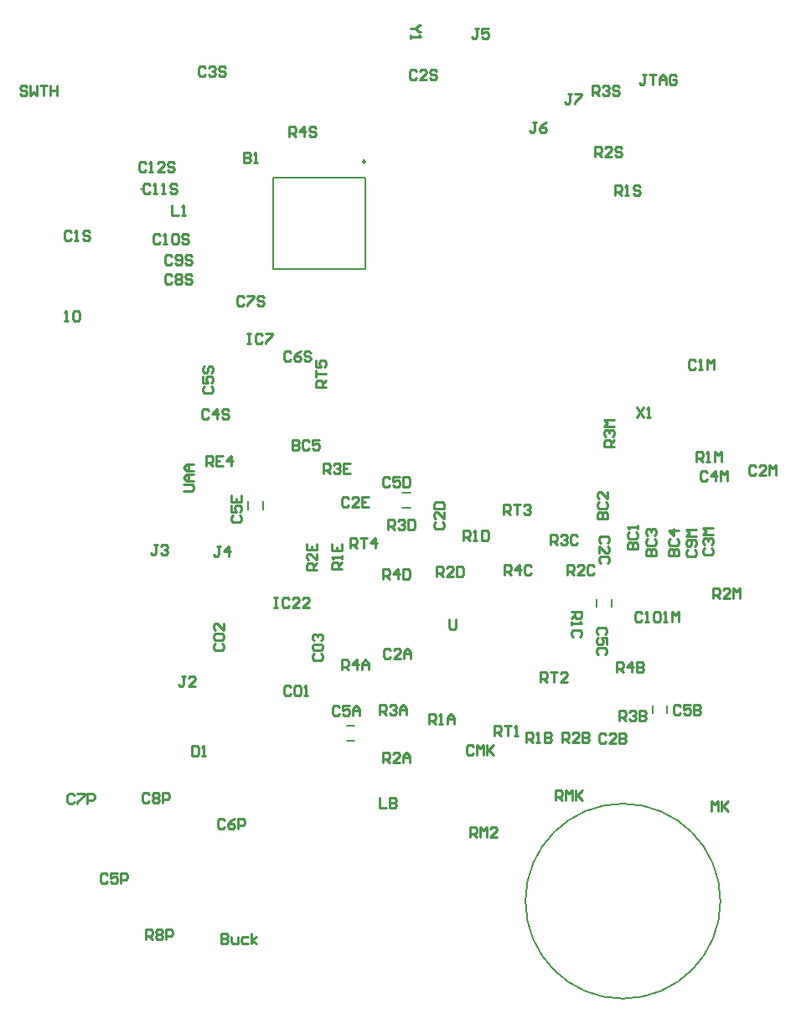
<source format=gto>
G04*
G04 #@! TF.GenerationSoftware,Altium Limited,Altium Designer,18.1.9 (240)*
G04*
G04 Layer_Color=65535*
%FSAX24Y24*%
%MOIN*%
G70*
G01*
G75*
%ADD10C,0.0098*%
%ADD11C,0.0079*%
%ADD12C,0.0079*%
%ADD13C,0.0090*%
D10*
X024771Y044151D02*
G03*
X024771Y044151I-000049J000000D01*
G01*
D11*
X038900Y014737D02*
G03*
X038900Y014737I-003878J000000D01*
G01*
X015892Y043054D02*
G03*
X015892Y043054I-000026J000000D01*
G01*
D12*
X021119Y043531D02*
X024781D01*
X021119Y039869D02*
Y043531D01*
Y039869D02*
X024781D01*
Y043531D01*
X024037Y021715D02*
X024352D01*
X024037Y021125D02*
X024352D01*
X034564Y026445D02*
Y026760D01*
X033974Y026445D02*
Y026760D01*
X026253Y030976D02*
X026568D01*
X026253Y030385D02*
X026568D01*
X020695Y030326D02*
Y030641D01*
X020105Y030326D02*
Y030641D01*
X036790Y022217D02*
Y022532D01*
X036200Y022217D02*
Y022532D01*
D13*
X029262Y049450D02*
X029128D01*
X029195D01*
Y049117D01*
X029128Y049050D01*
X029062D01*
X028995Y049117D01*
X029661Y049450D02*
X029395D01*
Y049250D01*
X029528Y049317D01*
X029595D01*
X029661Y049250D01*
Y049117D01*
X029595Y049050D01*
X029461D01*
X029395Y049117D01*
X031564Y045729D02*
X031431D01*
X031497D01*
Y045396D01*
X031431Y045329D01*
X031364D01*
X031297Y045396D01*
X031964Y045729D02*
X031830Y045662D01*
X031697Y045529D01*
Y045396D01*
X031764Y045329D01*
X031897D01*
X031964Y045396D01*
Y045462D01*
X031897Y045529D01*
X031697D01*
X032967Y046857D02*
X032833D01*
X032900D01*
Y046523D01*
X032833Y046457D01*
X032767D01*
X032700Y046523D01*
X033100Y046857D02*
X033366D01*
Y046790D01*
X033100Y046523D01*
Y046457D01*
X028950Y017280D02*
Y017680D01*
X029150D01*
X029217Y017613D01*
Y017480D01*
X029150Y017413D01*
X028950D01*
X029083D02*
X029217Y017280D01*
X029350D02*
Y017680D01*
X029483Y017547D01*
X029616Y017680D01*
Y017280D01*
X030016D02*
X029750D01*
X030016Y017547D01*
Y017613D01*
X029950Y017680D01*
X029816D01*
X029750Y017613D01*
X017870Y020920D02*
Y020520D01*
X018070D01*
X018137Y020587D01*
Y020853D01*
X018070Y020920D01*
X017870D01*
X018270Y020520D02*
X018403D01*
X018337D01*
Y020920D01*
X018270Y020853D01*
X035767Y026189D02*
X035700Y026255D01*
X035567D01*
X035500Y026189D01*
Y025922D01*
X035567Y025856D01*
X035700D01*
X035767Y025922D01*
X035900Y025856D02*
X036033D01*
X035967D01*
Y026255D01*
X035900Y026189D01*
X036233D02*
X036300Y026255D01*
X036433D01*
X036500Y026189D01*
Y025922D01*
X036433Y025856D01*
X036300D01*
X036233Y025922D01*
Y026189D01*
X036633Y025856D02*
X036766D01*
X036700D01*
Y026255D01*
X036633Y026189D01*
X036966Y025856D02*
Y026255D01*
X037099Y026122D01*
X037233Y026255D01*
Y025856D01*
X017525Y031035D02*
X017859D01*
X017925Y031101D01*
Y031235D01*
X017859Y031301D01*
X017525D01*
X017925Y031435D02*
X017659D01*
X017525Y031568D01*
X017659Y031701D01*
X017925D01*
X017725D01*
Y031435D01*
X017925Y031835D02*
X017659D01*
X017525Y031968D01*
X017659Y032101D01*
X017925D01*
X017725D01*
Y031835D01*
X023192Y035175D02*
X022792D01*
Y035375D01*
X022859Y035441D01*
X022992D01*
X023059Y035375D01*
Y035175D01*
Y035308D02*
X023192Y035441D01*
X022792Y035575D02*
Y035841D01*
Y035708D01*
X023192D01*
X022792Y036241D02*
Y035975D01*
X022992D01*
X022925Y036108D01*
Y036174D01*
X022992Y036241D01*
X023125D01*
X023192Y036174D01*
Y036041D01*
X023125Y035975D01*
X018450Y032050D02*
Y032450D01*
X018650D01*
X018717Y032383D01*
Y032250D01*
X018650Y032183D01*
X018450D01*
X018583D02*
X018717Y032050D01*
X019116Y032450D02*
X018850D01*
Y032050D01*
X019116D01*
X018850Y032250D02*
X018983D01*
X019450Y032050D02*
Y032450D01*
X019250Y032250D01*
X019516D01*
X023113Y031750D02*
Y032150D01*
X023313D01*
X023380Y032084D01*
Y031950D01*
X023313Y031884D01*
X023113D01*
X023246D02*
X023380Y031750D01*
X023513Y032084D02*
X023580Y032150D01*
X023713D01*
X023780Y032084D01*
Y032017D01*
X023713Y031950D01*
X023646D01*
X023713D01*
X023780Y031884D01*
Y031817D01*
X023713Y031750D01*
X023580D01*
X023513Y031817D01*
X024179Y032150D02*
X023913D01*
Y031750D01*
X024179D01*
X023913Y031950D02*
X024046D01*
X022852Y027900D02*
X022452D01*
Y028100D01*
X022518Y028167D01*
X022652D01*
X022718Y028100D01*
Y027900D01*
Y028033D02*
X022852Y028167D01*
Y028566D02*
Y028300D01*
X022585Y028566D01*
X022518D01*
X022452Y028500D01*
Y028367D01*
X022518Y028300D01*
X022452Y028966D02*
Y028700D01*
X022852D01*
Y028966D01*
X022652Y028700D02*
Y028833D01*
X023826Y027948D02*
X023426D01*
Y028148D01*
X023493Y028215D01*
X023626D01*
X023693Y028148D01*
Y027948D01*
Y028082D02*
X023826Y028215D01*
Y028348D02*
Y028481D01*
Y028415D01*
X023426D01*
X023493Y028348D01*
X023426Y028948D02*
Y028681D01*
X023826D01*
Y028948D01*
X023626Y028681D02*
Y028815D01*
X019017Y028860D02*
X018883D01*
X018950D01*
Y028527D01*
X018883Y028460D01*
X018817D01*
X018750Y028527D01*
X019350Y028460D02*
Y028860D01*
X019150Y028660D01*
X019416D01*
X016507Y028930D02*
X016373D01*
X016440D01*
Y028597D01*
X016373Y028530D01*
X016307D01*
X016240Y028597D01*
X016640Y028863D02*
X016707Y028930D01*
X016840D01*
X016906Y028863D01*
Y028797D01*
X016840Y028730D01*
X016773D01*
X016840D01*
X016906Y028663D01*
Y028597D01*
X016840Y028530D01*
X016707D01*
X016640Y028597D01*
X021140Y026800D02*
X021273D01*
X021207D01*
Y026400D01*
X021140D01*
X021273D01*
X021740Y026733D02*
X021673Y026800D01*
X021540D01*
X021473Y026733D01*
Y026467D01*
X021540Y026400D01*
X021673D01*
X021740Y026467D01*
X022140Y026400D02*
X021873D01*
X022140Y026667D01*
Y026733D01*
X022073Y026800D01*
X021940D01*
X021873Y026733D01*
X022540Y026400D02*
X022273D01*
X022540Y026667D01*
Y026733D01*
X022473Y026800D01*
X022340D01*
X022273Y026733D01*
X022742Y024567D02*
X022676Y024500D01*
Y024367D01*
X022742Y024300D01*
X023009D01*
X023076Y024367D01*
Y024500D01*
X023009Y024567D01*
X022676Y024900D02*
Y024767D01*
X022742Y024700D01*
X023009D01*
X023076Y024767D01*
Y024900D01*
X023009Y024966D01*
X022742D01*
X022676Y024900D01*
X022742Y025100D02*
X022676Y025166D01*
Y025300D01*
X022742Y025366D01*
X022809D01*
X022876Y025300D01*
Y025233D01*
Y025300D01*
X022942Y025366D01*
X023009D01*
X023076Y025300D01*
Y025166D01*
X023009Y025100D01*
X018805Y024982D02*
X018739Y024915D01*
Y024782D01*
X018805Y024715D01*
X019072D01*
X019139Y024782D01*
Y024915D01*
X019072Y024982D01*
X018739Y025315D02*
Y025182D01*
X018805Y025115D01*
X019072D01*
X019139Y025182D01*
Y025315D01*
X019072Y025382D01*
X018805D01*
X018739Y025315D01*
X019139Y025782D02*
Y025515D01*
X018872Y025782D01*
X018805D01*
X018739Y025715D01*
Y025582D01*
X018805Y025515D01*
X019500Y030081D02*
X019434Y030014D01*
Y029881D01*
X019500Y029814D01*
X019767D01*
X019833Y029881D01*
Y030014D01*
X019767Y030081D01*
X019434Y030481D02*
Y030214D01*
X019633D01*
X019567Y030347D01*
Y030414D01*
X019633Y030481D01*
X019767D01*
X019833Y030414D01*
Y030281D01*
X019767Y030214D01*
X019434Y030881D02*
Y030614D01*
X019833D01*
Y030881D01*
X019633Y030614D02*
Y030747D01*
X024093Y030752D02*
X024026Y030819D01*
X023893D01*
X023826Y030752D01*
Y030486D01*
X023893Y030419D01*
X024026D01*
X024093Y030486D01*
X024492Y030419D02*
X024226D01*
X024492Y030686D01*
Y030752D01*
X024426Y030819D01*
X024293D01*
X024226Y030752D01*
X024892Y030819D02*
X024626D01*
Y030419D01*
X024892D01*
X024626Y030619D02*
X024759D01*
X021807Y023253D02*
X021740Y023320D01*
X021607D01*
X021540Y023253D01*
Y022987D01*
X021607Y022920D01*
X021740D01*
X021807Y022987D01*
X021940Y023253D02*
X022007Y023320D01*
X022140D01*
X022207Y023253D01*
Y022987D01*
X022140Y022920D01*
X022007D01*
X021940Y022987D01*
Y023253D01*
X022340Y022920D02*
X022474D01*
X022407D01*
Y023320D01*
X022340Y023253D01*
X021877Y033096D02*
Y032696D01*
X022077D01*
X022144Y032763D01*
Y032830D01*
X022077Y032896D01*
X021877D01*
X022077D01*
X022144Y032963D01*
Y033030D01*
X022077Y033096D01*
X021877D01*
X022544Y033030D02*
X022477Y033096D01*
X022344D01*
X022277Y033030D01*
Y032763D01*
X022344Y032696D01*
X022477D01*
X022544Y032763D01*
X022943Y033096D02*
X022677D01*
Y032896D01*
X022810Y032963D01*
X022877D01*
X022943Y032896D01*
Y032763D01*
X022877Y032696D01*
X022744D01*
X022677Y032763D01*
X012810Y037830D02*
X012943D01*
X012877D01*
Y038230D01*
X012810Y038163D01*
X013143D02*
X013210Y038230D01*
X013343D01*
X013410Y038163D01*
Y037897D01*
X013343Y037830D01*
X013210D01*
X013143Y037897D01*
Y038163D01*
X025330Y018857D02*
Y018457D01*
X025596D01*
X025730Y018857D02*
Y018457D01*
X025930D01*
X025996Y018524D01*
Y018591D01*
X025930Y018657D01*
X025730D01*
X025930D01*
X025996Y018724D01*
Y018791D01*
X025930Y018857D01*
X025730D01*
X026964Y049570D02*
X026897D01*
X026764Y049437D01*
X026897Y049304D01*
X026964D01*
X026764Y049437D02*
X026564D01*
Y049171D02*
Y049037D01*
Y049104D01*
X026964D01*
X026897Y049171D01*
X035570Y034390D02*
X035837Y033990D01*
Y034390D02*
X035570Y033990D01*
X035970D02*
X036103D01*
X036037D01*
Y034390D01*
X035970Y034323D01*
X028095Y025949D02*
Y025616D01*
X028162Y025549D01*
X028295D01*
X028362Y025616D01*
Y025949D01*
X011307Y047113D02*
X011240Y047180D01*
X011107D01*
X011040Y047113D01*
Y047047D01*
X011107Y046980D01*
X011240D01*
X011307Y046913D01*
Y046847D01*
X011240Y046780D01*
X011107D01*
X011040Y046847D01*
X011440Y047180D02*
Y046780D01*
X011573Y046913D01*
X011706Y046780D01*
Y047180D01*
X011840D02*
X012106D01*
X011973D01*
Y046780D01*
X012240Y047180D02*
Y046780D01*
Y046980D01*
X012506D01*
Y047180D01*
Y046780D01*
X024171Y028770D02*
Y029170D01*
X024371D01*
X024437Y029103D01*
Y028970D01*
X024371Y028903D01*
X024171D01*
X024304D02*
X024437Y028770D01*
X024570Y029170D02*
X024837D01*
X024704D01*
Y028770D01*
X025170D02*
Y029170D01*
X024970Y028970D01*
X025237D01*
X030274Y030105D02*
Y030505D01*
X030474D01*
X030540Y030438D01*
Y030305D01*
X030474Y030238D01*
X030274D01*
X030407D02*
X030540Y030105D01*
X030674Y030505D02*
X030940D01*
X030807D01*
Y030105D01*
X031073Y030438D02*
X031140Y030505D01*
X031273D01*
X031340Y030438D01*
Y030372D01*
X031273Y030305D01*
X031207D01*
X031273D01*
X031340Y030238D01*
Y030172D01*
X031273Y030105D01*
X031140D01*
X031073Y030172D01*
X031743Y023457D02*
Y023857D01*
X031943D01*
X032009Y023791D01*
Y023657D01*
X031943Y023591D01*
X031743D01*
X031876D02*
X032009Y023457D01*
X032143Y023857D02*
X032409D01*
X032276D01*
Y023457D01*
X032809D02*
X032543D01*
X032809Y023724D01*
Y023791D01*
X032743Y023857D01*
X032609D01*
X032543Y023791D01*
X029900Y021300D02*
Y021700D01*
X030100D01*
X030166Y021633D01*
Y021500D01*
X030100Y021433D01*
X029900D01*
X030033D02*
X030166Y021300D01*
X030299Y021700D02*
X030566D01*
X030433D01*
Y021300D01*
X030699D02*
X030833D01*
X030766D01*
Y021700D01*
X030699Y021633D01*
X032344Y018750D02*
Y019150D01*
X032544D01*
X032610Y019083D01*
Y018950D01*
X032544Y018883D01*
X032344D01*
X032477D02*
X032610Y018750D01*
X032744D02*
Y019150D01*
X032877Y019017D01*
X033010Y019150D01*
Y018750D01*
X033143Y019150D02*
Y018750D01*
Y018883D01*
X033410Y019150D01*
X033210Y018950D01*
X033410Y018750D01*
X016050Y013200D02*
Y013600D01*
X016250D01*
X016317Y013533D01*
Y013400D01*
X016250Y013333D01*
X016050D01*
X016183D02*
X016317Y013200D01*
X016450Y013533D02*
X016517Y013600D01*
X016650D01*
X016716Y013533D01*
Y013467D01*
X016650Y013400D01*
X016716Y013333D01*
Y013267D01*
X016650Y013200D01*
X016517D01*
X016450Y013267D01*
Y013333D01*
X016517Y013400D01*
X016450Y013467D01*
Y013533D01*
X016517Y013400D02*
X016650D01*
X016850Y013200D02*
Y013600D01*
X017050D01*
X017116Y013533D01*
Y013400D01*
X017050Y013333D01*
X016850D01*
X021750Y045150D02*
Y045550D01*
X021950D01*
X022017Y045483D01*
Y045350D01*
X021950Y045283D01*
X021750D01*
X021883D02*
X022017Y045150D01*
X022350D02*
Y045550D01*
X022150Y045350D01*
X022416D01*
X022816Y045483D02*
X022750Y045550D01*
X022616D01*
X022550Y045483D01*
Y045417D01*
X022616Y045350D01*
X022750D01*
X022816Y045283D01*
Y045217D01*
X022750Y045150D01*
X022616D01*
X022550Y045217D01*
X025483Y027536D02*
Y027935D01*
X025683D01*
X025750Y027869D01*
Y027736D01*
X025683Y027669D01*
X025483D01*
X025616D02*
X025750Y027536D01*
X026083D02*
Y027935D01*
X025883Y027736D01*
X026150D01*
X026283Y027935D02*
Y027536D01*
X026483D01*
X026549Y027602D01*
Y027869D01*
X026483Y027935D01*
X026283D01*
X030318Y027729D02*
Y028129D01*
X030518D01*
X030585Y028062D01*
Y027929D01*
X030518Y027862D01*
X030318D01*
X030451D02*
X030585Y027729D01*
X030918D02*
Y028129D01*
X030718Y027929D01*
X030984D01*
X031384Y028062D02*
X031318Y028129D01*
X031184D01*
X031118Y028062D01*
Y027796D01*
X031184Y027729D01*
X031318D01*
X031384Y027796D01*
X034778Y023850D02*
Y024250D01*
X034978D01*
X035045Y024183D01*
Y024050D01*
X034978Y023983D01*
X034778D01*
X034912D02*
X035045Y023850D01*
X035378D02*
Y024250D01*
X035178Y024050D01*
X035445D01*
X035578Y024250D02*
Y023850D01*
X035778D01*
X035845Y023917D01*
Y023983D01*
X035778Y024050D01*
X035578D01*
X035778D01*
X035845Y024117D01*
Y024183D01*
X035778Y024250D01*
X035578D01*
X023836Y023933D02*
Y024333D01*
X024036D01*
X024102Y024266D01*
Y024133D01*
X024036Y024066D01*
X023836D01*
X023969D02*
X024102Y023933D01*
X024436D02*
Y024333D01*
X024236Y024133D01*
X024502D01*
X024636Y023933D02*
Y024199D01*
X024769Y024333D01*
X024902Y024199D01*
Y023933D01*
Y024133D01*
X024636D01*
X033795Y046786D02*
Y047186D01*
X033995D01*
X034062Y047119D01*
Y046986D01*
X033995Y046919D01*
X033795D01*
X033928D02*
X034062Y046786D01*
X034195Y047119D02*
X034261Y047186D01*
X034395D01*
X034461Y047119D01*
Y047053D01*
X034395Y046986D01*
X034328D01*
X034395D01*
X034461Y046919D01*
Y046853D01*
X034395Y046786D01*
X034261D01*
X034195Y046853D01*
X034861Y047119D02*
X034795Y047186D01*
X034661D01*
X034595Y047119D01*
Y047053D01*
X034661Y046986D01*
X034795D01*
X034861Y046919D01*
Y046853D01*
X034795Y046786D01*
X034661D01*
X034595Y046853D01*
X034660Y032816D02*
X034260D01*
Y033016D01*
X034326Y033083D01*
X034460D01*
X034526Y033016D01*
Y032816D01*
Y032950D02*
X034660Y033083D01*
X034326Y033216D02*
X034260Y033283D01*
Y033416D01*
X034326Y033483D01*
X034393D01*
X034460Y033416D01*
Y033349D01*
Y033416D01*
X034526Y033483D01*
X034593D01*
X034660Y033416D01*
Y033283D01*
X034593Y033216D01*
X034660Y033616D02*
X034260D01*
X034393Y033749D01*
X034260Y033883D01*
X034660D01*
X025687Y029515D02*
Y029914D01*
X025887D01*
X025954Y029848D01*
Y029714D01*
X025887Y029648D01*
X025687D01*
X025820D02*
X025954Y029515D01*
X026087Y029848D02*
X026154Y029914D01*
X026287D01*
X026354Y029848D01*
Y029781D01*
X026287Y029714D01*
X026220D01*
X026287D01*
X026354Y029648D01*
Y029581D01*
X026287Y029515D01*
X026154D01*
X026087Y029581D01*
X026487Y029914D02*
Y029515D01*
X026687D01*
X026753Y029581D01*
Y029848D01*
X026687Y029914D01*
X026487D01*
X032125Y028927D02*
Y029327D01*
X032325D01*
X032392Y029260D01*
Y029127D01*
X032325Y029060D01*
X032125D01*
X032259D02*
X032392Y028927D01*
X032525Y029260D02*
X032592Y029327D01*
X032725D01*
X032792Y029260D01*
Y029193D01*
X032725Y029127D01*
X032658D01*
X032725D01*
X032792Y029060D01*
Y028994D01*
X032725Y028927D01*
X032592D01*
X032525Y028994D01*
X033192Y029260D02*
X033125Y029327D01*
X032992D01*
X032925Y029260D01*
Y028994D01*
X032992Y028927D01*
X033125D01*
X033192Y028994D01*
X034888Y021900D02*
Y022300D01*
X035088D01*
X035155Y022233D01*
Y022100D01*
X035088Y022033D01*
X034888D01*
X035022D02*
X035155Y021900D01*
X035288Y022233D02*
X035355Y022300D01*
X035488D01*
X035555Y022233D01*
Y022167D01*
X035488Y022100D01*
X035422D01*
X035488D01*
X035555Y022033D01*
Y021967D01*
X035488Y021900D01*
X035355D01*
X035288Y021967D01*
X035688Y022300D02*
Y021900D01*
X035888D01*
X035955Y021967D01*
Y022033D01*
X035888Y022100D01*
X035688D01*
X035888D01*
X035955Y022167D01*
Y022233D01*
X035888Y022300D01*
X035688D01*
X025350Y022138D02*
Y022538D01*
X025550D01*
X025617Y022471D01*
Y022338D01*
X025550Y022271D01*
X025350D01*
X025483D02*
X025617Y022138D01*
X025750Y022471D02*
X025817Y022538D01*
X025950D01*
X026016Y022471D01*
Y022404D01*
X025950Y022338D01*
X025883D01*
X025950D01*
X026016Y022271D01*
Y022205D01*
X025950Y022138D01*
X025817D01*
X025750Y022205D01*
X026150Y022138D02*
Y022404D01*
X026283Y022538D01*
X026416Y022404D01*
Y022138D01*
Y022338D01*
X026150D01*
X033900Y044348D02*
Y044748D01*
X034100D01*
X034167Y044681D01*
Y044548D01*
X034100Y044481D01*
X033900D01*
X034033D02*
X034167Y044348D01*
X034566D02*
X034300D01*
X034566Y044614D01*
Y044681D01*
X034500Y044748D01*
X034367D01*
X034300Y044681D01*
X034966D02*
X034900Y044748D01*
X034766D01*
X034700Y044681D01*
Y044614D01*
X034766Y044548D01*
X034900D01*
X034966Y044481D01*
Y044414D01*
X034900Y044348D01*
X034766D01*
X034700Y044414D01*
X038611Y026777D02*
Y027177D01*
X038811D01*
X038877Y027111D01*
Y026977D01*
X038811Y026911D01*
X038611D01*
X038744D02*
X038877Y026777D01*
X039277D02*
X039011D01*
X039277Y027044D01*
Y027111D01*
X039210Y027177D01*
X039077D01*
X039011Y027111D01*
X039410Y026777D02*
Y027177D01*
X039544Y027044D01*
X039677Y027177D01*
Y026777D01*
X027610Y027644D02*
Y028044D01*
X027810D01*
X027877Y027977D01*
Y027844D01*
X027810Y027777D01*
X027610D01*
X027744D02*
X027877Y027644D01*
X028277D02*
X028010D01*
X028277Y027910D01*
Y027977D01*
X028210Y028044D01*
X028077D01*
X028010Y027977D01*
X028410Y028044D02*
Y027644D01*
X028610D01*
X028677Y027711D01*
Y027977D01*
X028610Y028044D01*
X028410D01*
X032808Y027732D02*
Y028132D01*
X033008D01*
X033074Y028065D01*
Y027932D01*
X033008Y027865D01*
X032808D01*
X032941D02*
X033074Y027732D01*
X033474D02*
X033208D01*
X033474Y027998D01*
Y028065D01*
X033408Y028132D01*
X033274D01*
X033208Y028065D01*
X033874D02*
X033807Y028132D01*
X033674D01*
X033607Y028065D01*
Y027798D01*
X033674Y027732D01*
X033807D01*
X033874Y027798D01*
X032591Y021046D02*
Y021446D01*
X032791D01*
X032858Y021379D01*
Y021246D01*
X032791Y021179D01*
X032591D01*
X032724D02*
X032858Y021046D01*
X033258D02*
X032991D01*
X033258Y021312D01*
Y021379D01*
X033191Y021446D01*
X033058D01*
X032991Y021379D01*
X033391Y021446D02*
Y021046D01*
X033591D01*
X033658Y021112D01*
Y021179D01*
X033591Y021246D01*
X033391D01*
X033591D01*
X033658Y021312D01*
Y021379D01*
X033591Y021446D01*
X033391D01*
X025483Y020250D02*
Y020650D01*
X025683D01*
X025750Y020583D01*
Y020450D01*
X025683Y020383D01*
X025483D01*
X025616D02*
X025750Y020250D01*
X026150D02*
X025883D01*
X026150Y020517D01*
Y020583D01*
X026083Y020650D01*
X025950D01*
X025883Y020583D01*
X026283Y020250D02*
Y020517D01*
X026416Y020650D01*
X026549Y020517D01*
Y020250D01*
Y020450D01*
X026283D01*
X034720Y042830D02*
Y043230D01*
X034920D01*
X034987Y043163D01*
Y043030D01*
X034920Y042963D01*
X034720D01*
X034853D02*
X034987Y042830D01*
X035120D02*
X035253D01*
X035187D01*
Y043230D01*
X035120Y043163D01*
X035720D02*
X035653Y043230D01*
X035520D01*
X035453Y043163D01*
Y043097D01*
X035520Y043030D01*
X035653D01*
X035720Y042963D01*
Y042897D01*
X035653Y042830D01*
X035520D01*
X035453Y042897D01*
X037941Y032213D02*
Y032612D01*
X038141D01*
X038207Y032546D01*
Y032413D01*
X038141Y032346D01*
X037941D01*
X038074D02*
X038207Y032213D01*
X038341D02*
X038474D01*
X038407D01*
Y032612D01*
X038341Y032546D01*
X038674Y032213D02*
Y032612D01*
X038807Y032479D01*
X038940Y032612D01*
Y032213D01*
X028665Y029082D02*
Y029482D01*
X028865D01*
X028932Y029415D01*
Y029282D01*
X028865Y029215D01*
X028665D01*
X028798D02*
X028932Y029082D01*
X029065D02*
X029198D01*
X029132D01*
Y029482D01*
X029065Y029415D01*
X029398Y029482D02*
Y029082D01*
X029598D01*
X029665Y029148D01*
Y029415D01*
X029598Y029482D01*
X029398D01*
X032973Y026244D02*
X033373D01*
Y026044D01*
X033306Y025978D01*
X033173D01*
X033107Y026044D01*
Y026244D01*
Y026111D02*
X032973Y025978D01*
Y025844D02*
Y025711D01*
Y025778D01*
X033373D01*
X033306Y025844D01*
Y025245D02*
X033373Y025311D01*
Y025445D01*
X033306Y025511D01*
X033040D01*
X032973Y025445D01*
Y025311D01*
X033040Y025245D01*
X031182Y021046D02*
Y021446D01*
X031381D01*
X031448Y021379D01*
Y021246D01*
X031381Y021179D01*
X031182D01*
X031315D02*
X031448Y021046D01*
X031581D02*
X031715D01*
X031648D01*
Y021446D01*
X031581Y021379D01*
X031915Y021446D02*
Y021046D01*
X032115D01*
X032181Y021112D01*
Y021179D01*
X032115Y021246D01*
X031915D01*
X032115D01*
X032181Y021312D01*
Y021379D01*
X032115Y021446D01*
X031915D01*
X027300Y021774D02*
Y022174D01*
X027500D01*
X027567Y022107D01*
Y021974D01*
X027500Y021907D01*
X027300D01*
X027433D02*
X027567Y021774D01*
X027700D02*
X027833D01*
X027767D01*
Y022174D01*
X027700Y022107D01*
X028033Y021774D02*
Y022041D01*
X028166Y022174D01*
X028300Y022041D01*
Y021774D01*
Y021974D01*
X028033D01*
X038543Y018300D02*
Y018700D01*
X038676Y018567D01*
X038810Y018700D01*
Y018300D01*
X038943Y018700D02*
Y018300D01*
Y018433D01*
X039209Y018700D01*
X039009Y018500D01*
X039209Y018300D01*
X017068Y042400D02*
Y042000D01*
X017335D01*
X017468D02*
X017601D01*
X017535D01*
Y042400D01*
X017468Y042333D01*
X035947Y047620D02*
X035813D01*
X035880D01*
Y047287D01*
X035813Y047220D01*
X035747D01*
X035680Y047287D01*
X036080Y047620D02*
X036346D01*
X036213D01*
Y047220D01*
X036480D02*
Y047487D01*
X036613Y047620D01*
X036746Y047487D01*
Y047220D01*
Y047420D01*
X036480D01*
X037146Y047553D02*
X037080Y047620D01*
X036946D01*
X036880Y047553D01*
Y047287D01*
X036946Y047220D01*
X037080D01*
X037146Y047287D01*
Y047420D01*
X037013D01*
X017617Y023690D02*
X017483D01*
X017550D01*
Y023357D01*
X017483Y023290D01*
X017417D01*
X017350Y023357D01*
X018016Y023290D02*
X017750D01*
X018016Y023557D01*
Y023623D01*
X017950Y023690D01*
X017817D01*
X017750Y023623D01*
X020060Y037300D02*
X020193D01*
X020127D01*
Y036900D01*
X020060D01*
X020193D01*
X020660Y037233D02*
X020593Y037300D01*
X020460D01*
X020393Y037233D01*
Y036967D01*
X020460Y036900D01*
X020593D01*
X020660Y036967D01*
X020793Y037300D02*
X021060D01*
Y037233D01*
X020793Y036967D01*
Y036900D01*
X029067Y020883D02*
X029000Y020950D01*
X028867D01*
X028800Y020883D01*
Y020617D01*
X028867Y020550D01*
X029000D01*
X029067Y020617D01*
X029200Y020550D02*
Y020950D01*
X029333Y020817D01*
X029466Y020950D01*
Y020550D01*
X029600Y020950D02*
Y020550D01*
Y020683D01*
X029866Y020950D01*
X029666Y020750D01*
X029866Y020550D01*
X016041Y044067D02*
X015974Y044133D01*
X015841D01*
X015774Y044067D01*
Y043800D01*
X015841Y043733D01*
X015974D01*
X016041Y043800D01*
X016174Y043733D02*
X016308D01*
X016241D01*
Y044133D01*
X016174Y044067D01*
X016774Y043733D02*
X016508D01*
X016774Y044000D01*
Y044067D01*
X016707Y044133D01*
X016574D01*
X016508Y044067D01*
X017174D02*
X017107Y044133D01*
X016974D01*
X016907Y044067D01*
Y044000D01*
X016974Y043933D01*
X017107D01*
X017174Y043867D01*
Y043800D01*
X017107Y043733D01*
X016974D01*
X016907Y043800D01*
X016219Y043210D02*
X016152Y043276D01*
X016019D01*
X015953Y043210D01*
Y042943D01*
X016019Y042876D01*
X016152D01*
X016219Y042943D01*
X016352Y042876D02*
X016486D01*
X016419D01*
Y043276D01*
X016352Y043210D01*
X016686Y042876D02*
X016819D01*
X016752D01*
Y043276D01*
X016686Y043210D01*
X017285D02*
X017219Y043276D01*
X017086D01*
X017019Y043210D01*
Y043143D01*
X017086Y043076D01*
X017219D01*
X017285Y043010D01*
Y042943D01*
X017219Y042876D01*
X017086D01*
X017019Y042943D01*
X016617Y041217D02*
X016550Y041283D01*
X016417D01*
X016350Y041217D01*
Y040950D01*
X016417Y040883D01*
X016550D01*
X016617Y040950D01*
X016750Y040883D02*
X016883D01*
X016817D01*
Y041283D01*
X016750Y041217D01*
X017083D02*
X017150Y041283D01*
X017283D01*
X017350Y041217D01*
Y040950D01*
X017283Y040883D01*
X017150D01*
X017083Y040950D01*
Y041217D01*
X017750D02*
X017683Y041283D01*
X017550D01*
X017483Y041217D01*
Y041150D01*
X017550Y041083D01*
X017683D01*
X017750Y041017D01*
Y040950D01*
X017683Y040883D01*
X017550D01*
X017483Y040950D01*
X017067Y040383D02*
X017000Y040450D01*
X016867D01*
X016800Y040383D01*
Y040117D01*
X016867Y040050D01*
X017000D01*
X017067Y040117D01*
X017200D02*
X017267Y040050D01*
X017400D01*
X017466Y040117D01*
Y040383D01*
X017400Y040450D01*
X017267D01*
X017200Y040383D01*
Y040317D01*
X017267Y040250D01*
X017466D01*
X017866Y040383D02*
X017800Y040450D01*
X017666D01*
X017600Y040383D01*
Y040317D01*
X017666Y040250D01*
X017800D01*
X017866Y040183D01*
Y040117D01*
X017800Y040050D01*
X017666D01*
X017600Y040117D01*
X017067Y039629D02*
X017000Y039696D01*
X016867D01*
X016800Y039629D01*
Y039362D01*
X016867Y039296D01*
X017000D01*
X017067Y039362D01*
X017200Y039629D02*
X017267Y039696D01*
X017400D01*
X017466Y039629D01*
Y039562D01*
X017400Y039496D01*
X017466Y039429D01*
Y039362D01*
X017400Y039296D01*
X017267D01*
X017200Y039362D01*
Y039429D01*
X017267Y039496D01*
X017200Y039562D01*
Y039629D01*
X017267Y039496D02*
X017400D01*
X017866Y039629D02*
X017800Y039696D01*
X017666D01*
X017600Y039629D01*
Y039562D01*
X017666Y039496D01*
X017800D01*
X017866Y039429D01*
Y039362D01*
X017800Y039296D01*
X017666D01*
X017600Y039362D01*
X016167Y018971D02*
X016100Y019037D01*
X015967D01*
X015900Y018971D01*
Y018704D01*
X015967Y018637D01*
X016100D01*
X016167Y018704D01*
X016300Y018971D02*
X016367Y019037D01*
X016500D01*
X016566Y018971D01*
Y018904D01*
X016500Y018837D01*
X016566Y018771D01*
Y018704D01*
X016500Y018637D01*
X016367D01*
X016300Y018704D01*
Y018771D01*
X016367Y018837D01*
X016300Y018904D01*
Y018971D01*
X016367Y018837D02*
X016500D01*
X016700Y018637D02*
Y019037D01*
X016900D01*
X016966Y018971D01*
Y018837D01*
X016900Y018771D01*
X016700D01*
X019932Y038733D02*
X019865Y038800D01*
X019732D01*
X019665Y038733D01*
Y038467D01*
X019732Y038400D01*
X019865D01*
X019932Y038467D01*
X020065Y038800D02*
X020331D01*
Y038733D01*
X020065Y038467D01*
Y038400D01*
X020731Y038733D02*
X020665Y038800D01*
X020531D01*
X020465Y038733D01*
Y038667D01*
X020531Y038600D01*
X020665D01*
X020731Y038533D01*
Y038467D01*
X020665Y038400D01*
X020531D01*
X020465Y038467D01*
X013191Y018933D02*
X013124Y019000D01*
X012991D01*
X012924Y018933D01*
Y018667D01*
X012991Y018600D01*
X013124D01*
X013191Y018667D01*
X013324Y019000D02*
X013591D01*
Y018933D01*
X013324Y018667D01*
Y018600D01*
X013724D02*
Y019000D01*
X013924D01*
X013991Y018933D01*
Y018800D01*
X013924Y018733D01*
X013724D01*
X021791Y036549D02*
X021725Y036616D01*
X021591D01*
X021525Y036549D01*
Y036283D01*
X021591Y036216D01*
X021725D01*
X021791Y036283D01*
X022191Y036616D02*
X022058Y036549D01*
X021925Y036416D01*
Y036283D01*
X021991Y036216D01*
X022125D01*
X022191Y036283D01*
Y036349D01*
X022125Y036416D01*
X021925D01*
X022591Y036549D02*
X022524Y036616D01*
X022391D01*
X022325Y036549D01*
Y036483D01*
X022391Y036416D01*
X022524D01*
X022591Y036349D01*
Y036283D01*
X022524Y036216D01*
X022391D01*
X022325Y036283D01*
X019187Y017963D02*
X019120Y018030D01*
X018987D01*
X018920Y017963D01*
Y017697D01*
X018987Y017630D01*
X019120D01*
X019187Y017697D01*
X019586Y018030D02*
X019453Y017963D01*
X019320Y017830D01*
Y017697D01*
X019387Y017630D01*
X019520D01*
X019586Y017697D01*
Y017763D01*
X019520Y017830D01*
X019320D01*
X019720Y017630D02*
Y018030D01*
X019920D01*
X019986Y017963D01*
Y017830D01*
X019920Y017763D01*
X019720D01*
X018389Y035217D02*
X018322Y035150D01*
Y035017D01*
X018389Y034950D01*
X018655D01*
X018722Y035017D01*
Y035150D01*
X018655Y035217D01*
X018322Y035616D02*
Y035350D01*
X018522D01*
X018455Y035483D01*
Y035550D01*
X018522Y035616D01*
X018655D01*
X018722Y035550D01*
Y035417D01*
X018655Y035350D01*
X018389Y036016D02*
X018322Y035950D01*
Y035816D01*
X018389Y035750D01*
X018455D01*
X018522Y035816D01*
Y035950D01*
X018589Y036016D01*
X018655D01*
X018722Y035950D01*
Y035816D01*
X018655Y035750D01*
X014517Y015783D02*
X014450Y015850D01*
X014317D01*
X014250Y015783D01*
Y015517D01*
X014317Y015450D01*
X014450D01*
X014517Y015517D01*
X014916Y015850D02*
X014650D01*
Y015650D01*
X014783Y015717D01*
X014850D01*
X014916Y015650D01*
Y015517D01*
X014850Y015450D01*
X014717D01*
X014650Y015517D01*
X015050Y015450D02*
Y015850D01*
X015250D01*
X015316Y015783D01*
Y015650D01*
X015250Y015583D01*
X015050D01*
X025754Y031557D02*
X025688Y031624D01*
X025555D01*
X025488Y031557D01*
Y031290D01*
X025555Y031224D01*
X025688D01*
X025754Y031290D01*
X026154Y031624D02*
X025888D01*
Y031424D01*
X026021Y031490D01*
X026088D01*
X026154Y031424D01*
Y031290D01*
X026088Y031224D01*
X025954D01*
X025888Y031290D01*
X026288Y031624D02*
Y031224D01*
X026488D01*
X026554Y031290D01*
Y031557D01*
X026488Y031624D01*
X026288D01*
X034307Y025342D02*
X034374Y025409D01*
Y025542D01*
X034307Y025609D01*
X034040D01*
X033974Y025542D01*
Y025409D01*
X034040Y025342D01*
X034374Y024942D02*
Y025209D01*
X034174D01*
X034240Y025076D01*
Y025009D01*
X034174Y024942D01*
X034040D01*
X033974Y025009D01*
Y025142D01*
X034040Y025209D01*
X034307Y024543D02*
X034374Y024609D01*
Y024742D01*
X034307Y024809D01*
X034040D01*
X033974Y024742D01*
Y024609D01*
X034040Y024543D01*
X037317Y022471D02*
X037250Y022538D01*
X037117D01*
X037050Y022471D01*
Y022205D01*
X037117Y022138D01*
X037250D01*
X037317Y022205D01*
X037716Y022538D02*
X037450D01*
Y022338D01*
X037583Y022404D01*
X037650D01*
X037716Y022338D01*
Y022205D01*
X037650Y022138D01*
X037517D01*
X037450Y022205D01*
X037850Y022538D02*
Y022138D01*
X038050D01*
X038116Y022205D01*
Y022271D01*
X038050Y022338D01*
X037850D01*
X038050D01*
X038116Y022404D01*
Y022471D01*
X038050Y022538D01*
X037850D01*
X023747Y022433D02*
X023680Y022500D01*
X023547D01*
X023480Y022433D01*
Y022167D01*
X023547Y022100D01*
X023680D01*
X023747Y022167D01*
X024146Y022500D02*
X023880D01*
Y022300D01*
X024013Y022367D01*
X024080D01*
X024146Y022300D01*
Y022167D01*
X024080Y022100D01*
X023947D01*
X023880Y022167D01*
X024280Y022100D02*
Y022367D01*
X024413Y022500D01*
X024546Y022367D01*
Y022100D01*
Y022300D01*
X024280D01*
X018528Y034233D02*
X018462Y034300D01*
X018328D01*
X018262Y034233D01*
Y033967D01*
X018328Y033900D01*
X018462D01*
X018528Y033967D01*
X018861Y033900D02*
Y034300D01*
X018662Y034100D01*
X018928D01*
X019328Y034233D02*
X019261Y034300D01*
X019128D01*
X019061Y034233D01*
Y034167D01*
X019128Y034100D01*
X019261D01*
X019328Y034033D01*
Y033967D01*
X019261Y033900D01*
X019128D01*
X019061Y033967D01*
X038368Y031797D02*
X038301Y031864D01*
X038168D01*
X038101Y031797D01*
Y031531D01*
X038168Y031464D01*
X038301D01*
X038368Y031531D01*
X038701Y031464D02*
Y031864D01*
X038501Y031664D01*
X038768D01*
X038901Y031464D02*
Y031864D01*
X039034Y031731D01*
X039168Y031864D01*
Y031464D01*
X018402Y047898D02*
X018335Y047964D01*
X018202D01*
X018135Y047898D01*
Y047631D01*
X018202Y047564D01*
X018335D01*
X018402Y047631D01*
X018535Y047898D02*
X018602Y047964D01*
X018735D01*
X018802Y047898D01*
Y047831D01*
X018735Y047764D01*
X018668D01*
X018735D01*
X018802Y047698D01*
Y047631D01*
X018735Y047564D01*
X018602D01*
X018535Y047631D01*
X019201Y047898D02*
X019135Y047964D01*
X019001D01*
X018935Y047898D01*
Y047831D01*
X019001Y047764D01*
X019135D01*
X019201Y047698D01*
Y047631D01*
X019135Y047564D01*
X019001D01*
X018935Y047631D01*
X038262Y028777D02*
X038195Y028711D01*
Y028577D01*
X038262Y028511D01*
X038528D01*
X038595Y028577D01*
Y028711D01*
X038528Y028777D01*
X038262Y028911D02*
X038195Y028977D01*
Y029110D01*
X038262Y029177D01*
X038328D01*
X038395Y029110D01*
Y029044D01*
Y029110D01*
X038462Y029177D01*
X038528D01*
X038595Y029110D01*
Y028977D01*
X038528Y028911D01*
X038595Y029310D02*
X038195D01*
X038328Y029444D01*
X038195Y029577D01*
X038595D01*
X026817Y047763D02*
X026750Y047830D01*
X026617D01*
X026550Y047763D01*
Y047497D01*
X026617Y047430D01*
X026750D01*
X026817Y047497D01*
X027216Y047430D02*
X026950D01*
X027216Y047697D01*
Y047763D01*
X027150Y047830D01*
X027017D01*
X026950Y047763D01*
X027616D02*
X027550Y047830D01*
X027416D01*
X027350Y047763D01*
Y047697D01*
X027416Y047630D01*
X027550D01*
X027616Y047563D01*
Y047497D01*
X027550Y047430D01*
X027416D01*
X027350Y047497D01*
X040301Y032019D02*
X040234Y032086D01*
X040101D01*
X040034Y032019D01*
Y031753D01*
X040101Y031686D01*
X040234D01*
X040301Y031753D01*
X040701Y031686D02*
X040434D01*
X040701Y031953D01*
Y032019D01*
X040634Y032086D01*
X040501D01*
X040434Y032019D01*
X040834Y031686D02*
Y032086D01*
X040967Y031953D01*
X041101Y032086D01*
Y031686D01*
X027572Y029830D02*
X027506Y029763D01*
Y029630D01*
X027572Y029563D01*
X027839D01*
X027906Y029630D01*
Y029763D01*
X027839Y029830D01*
X027906Y030230D02*
Y029963D01*
X027639Y030230D01*
X027572D01*
X027506Y030163D01*
Y030030D01*
X027572Y029963D01*
X027506Y030363D02*
X027906D01*
Y030563D01*
X027839Y030630D01*
X027572D01*
X027506Y030563D01*
Y030363D01*
X034399Y028989D02*
X034466Y029056D01*
Y029189D01*
X034399Y029256D01*
X034133D01*
X034066Y029189D01*
Y029056D01*
X034133Y028989D01*
X034066Y028589D02*
Y028856D01*
X034333Y028589D01*
X034399D01*
X034466Y028656D01*
Y028789D01*
X034399Y028856D01*
Y028189D02*
X034466Y028256D01*
Y028389D01*
X034399Y028456D01*
X034133D01*
X034066Y028389D01*
Y028256D01*
X034133Y028189D01*
X034339Y021333D02*
X034272Y021400D01*
X034139D01*
X034072Y021333D01*
Y021067D01*
X034139Y021000D01*
X034272D01*
X034339Y021067D01*
X034739Y021000D02*
X034472D01*
X034739Y021267D01*
Y021333D01*
X034672Y021400D01*
X034539D01*
X034472Y021333D01*
X034872Y021400D02*
Y021000D01*
X035072D01*
X035138Y021067D01*
Y021133D01*
X035072Y021200D01*
X034872D01*
X035072D01*
X035138Y021267D01*
Y021333D01*
X035072Y021400D01*
X034872D01*
X025789Y024713D02*
X025722Y024780D01*
X025589D01*
X025522Y024713D01*
Y024447D01*
X025589Y024380D01*
X025722D01*
X025789Y024447D01*
X026189Y024380D02*
X025922D01*
X026189Y024647D01*
Y024713D01*
X026122Y024780D01*
X025989D01*
X025922Y024713D01*
X026322Y024380D02*
Y024647D01*
X026456Y024780D01*
X026589Y024647D01*
Y024380D01*
Y024580D01*
X026322D01*
X013067Y041363D02*
X013000Y041430D01*
X012867D01*
X012800Y041363D01*
Y041097D01*
X012867Y041030D01*
X013000D01*
X013067Y041097D01*
X013200Y041030D02*
X013333D01*
X013267D01*
Y041430D01*
X013200Y041363D01*
X013800D02*
X013733Y041430D01*
X013600D01*
X013533Y041363D01*
Y041297D01*
X013600Y041230D01*
X013733D01*
X013800Y041163D01*
Y041097D01*
X013733Y041030D01*
X013600D01*
X013533Y041097D01*
X037897Y036203D02*
X037830Y036270D01*
X037697D01*
X037630Y036203D01*
Y035937D01*
X037697Y035870D01*
X037830D01*
X037897Y035937D01*
X038030Y035870D02*
X038163D01*
X038097D01*
Y036270D01*
X038030Y036203D01*
X038363Y035870D02*
Y036270D01*
X038496Y036137D01*
X038630Y036270D01*
Y035870D01*
X019050Y013450D02*
Y013050D01*
X019250D01*
X019317Y013117D01*
Y013183D01*
X019250Y013250D01*
X019050D01*
X019250D01*
X019317Y013317D01*
Y013383D01*
X019250Y013450D01*
X019050D01*
X019450Y013317D02*
Y013117D01*
X019517Y013050D01*
X019716D01*
Y013317D01*
X020116D02*
X019916D01*
X019850Y013250D01*
Y013117D01*
X019916Y013050D01*
X020116D01*
X020250D02*
Y013450D01*
Y013183D02*
X020450Y013317D01*
X020250Y013183D02*
X020450Y013050D01*
X037606Y028712D02*
X037540Y028645D01*
Y028512D01*
X037606Y028445D01*
X037873D01*
X037939Y028512D01*
Y028645D01*
X037873Y028712D01*
Y028845D02*
X037939Y028912D01*
Y029045D01*
X037873Y029112D01*
X037606D01*
X037540Y029045D01*
Y028912D01*
X037606Y028845D01*
X037673D01*
X037740Y028912D01*
Y029112D01*
X037939Y029245D02*
X037540D01*
X037673Y029378D01*
X037540Y029511D01*
X037939D01*
X036845Y028470D02*
X037245D01*
Y028670D01*
X037178Y028736D01*
X037112D01*
X037045Y028670D01*
Y028470D01*
Y028670D01*
X036978Y028736D01*
X036912D01*
X036845Y028670D01*
Y028470D01*
X036912Y029136D02*
X036845Y029070D01*
Y028936D01*
X036912Y028870D01*
X037178D01*
X037245Y028936D01*
Y029070D01*
X037178Y029136D01*
X037245Y029470D02*
X036845D01*
X037045Y029270D01*
Y029536D01*
X035945Y028470D02*
X036345D01*
Y028670D01*
X036278Y028736D01*
X036212D01*
X036145Y028670D01*
Y028470D01*
Y028670D01*
X036078Y028736D01*
X036012D01*
X035945Y028670D01*
Y028470D01*
X036012Y029136D02*
X035945Y029070D01*
Y028936D01*
X036012Y028870D01*
X036278D01*
X036345Y028936D01*
Y029070D01*
X036278Y029136D01*
X036012Y029270D02*
X035945Y029336D01*
Y029470D01*
X036012Y029536D01*
X036078D01*
X036145Y029470D01*
Y029403D01*
Y029470D01*
X036212Y029536D01*
X036278D01*
X036345Y029470D01*
Y029336D01*
X036278Y029270D01*
X033995Y029950D02*
X034395D01*
Y030150D01*
X034328Y030217D01*
X034262D01*
X034195Y030150D01*
Y029950D01*
Y030150D01*
X034128Y030217D01*
X034062D01*
X033995Y030150D01*
Y029950D01*
X034062Y030617D02*
X033995Y030550D01*
Y030417D01*
X034062Y030350D01*
X034328D01*
X034395Y030417D01*
Y030550D01*
X034328Y030617D01*
X034395Y031016D02*
Y030750D01*
X034128Y031016D01*
X034062D01*
X033995Y030950D01*
Y030817D01*
X034062Y030750D01*
X035195Y028764D02*
X035595D01*
Y028964D01*
X035528Y029030D01*
X035462D01*
X035395Y028964D01*
Y028764D01*
Y028964D01*
X035328Y029030D01*
X035262D01*
X035195Y028964D01*
Y028764D01*
X035262Y029430D02*
X035195Y029363D01*
Y029230D01*
X035262Y029163D01*
X035528D01*
X035595Y029230D01*
Y029363D01*
X035528Y029430D01*
X035595Y029563D02*
Y029697D01*
Y029630D01*
X035195D01*
X035262Y029563D01*
X019925Y044500D02*
Y044100D01*
X020125D01*
X020192Y044167D01*
Y044233D01*
X020125Y044300D01*
X019925D01*
X020125D01*
X020192Y044367D01*
Y044433D01*
X020125Y044500D01*
X019925D01*
X020325Y044100D02*
X020458D01*
X020392D01*
Y044500D01*
X020325Y044433D01*
M02*

</source>
